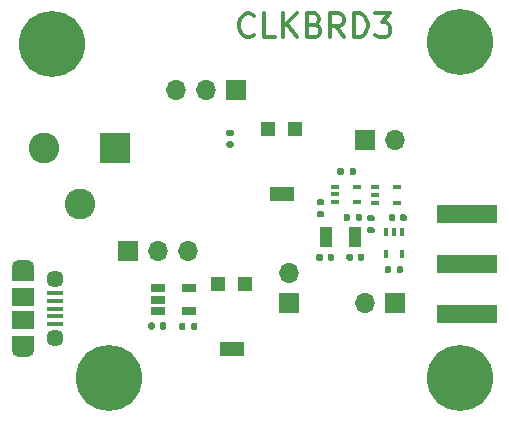
<source format=gts>
G04 #@! TF.GenerationSoftware,KiCad,Pcbnew,(5.1.7)-1*
G04 #@! TF.CreationDate,2021-07-31T20:16:39-07:00*
G04 #@! TF.ProjectId,clkbrd3,636c6b62-7264-4332-9e6b-696361645f70,rev?*
G04 #@! TF.SameCoordinates,Original*
G04 #@! TF.FileFunction,Soldermask,Top*
G04 #@! TF.FilePolarity,Negative*
%FSLAX46Y46*%
G04 Gerber Fmt 4.6, Leading zero omitted, Abs format (unit mm)*
G04 Created by KiCad (PCBNEW (5.1.7)-1) date 2021-07-31 20:16:39*
%MOMM*%
%LPD*%
G01*
G04 APERTURE LIST*
%ADD10C,0.300000*%
%ADD11O,1.700000X1.700000*%
%ADD12R,1.700000X1.700000*%
%ADD13C,5.600000*%
%ADD14R,1.300000X1.300000*%
%ADD15R,2.000000X1.300000*%
%ADD16R,1.000000X1.800000*%
%ADD17R,0.400000X0.650000*%
%ADD18R,0.650000X0.400000*%
%ADD19R,5.080000X1.500000*%
%ADD20R,1.220000X0.650000*%
%ADD21R,1.900000X1.200000*%
%ADD22O,1.900000X1.200000*%
%ADD23R,1.900000X1.500000*%
%ADD24C,1.450000*%
%ADD25R,1.350000X0.400000*%
%ADD26C,2.600000*%
%ADD27R,2.600000X2.600000*%
G04 APERTURE END LIST*
D10*
X65067142Y-27254285D02*
X64971904Y-27349523D01*
X64686190Y-27444761D01*
X64495714Y-27444761D01*
X64210000Y-27349523D01*
X64019523Y-27159047D01*
X63924285Y-26968571D01*
X63829047Y-26587619D01*
X63829047Y-26301904D01*
X63924285Y-25920952D01*
X64019523Y-25730476D01*
X64210000Y-25540000D01*
X64495714Y-25444761D01*
X64686190Y-25444761D01*
X64971904Y-25540000D01*
X65067142Y-25635238D01*
X66876666Y-27444761D02*
X65924285Y-27444761D01*
X65924285Y-25444761D01*
X67543333Y-27444761D02*
X67543333Y-25444761D01*
X68686190Y-27444761D02*
X67829047Y-26301904D01*
X68686190Y-25444761D02*
X67543333Y-26587619D01*
X70210000Y-26397142D02*
X70495714Y-26492380D01*
X70590952Y-26587619D01*
X70686190Y-26778095D01*
X70686190Y-27063809D01*
X70590952Y-27254285D01*
X70495714Y-27349523D01*
X70305238Y-27444761D01*
X69543333Y-27444761D01*
X69543333Y-25444761D01*
X70210000Y-25444761D01*
X70400476Y-25540000D01*
X70495714Y-25635238D01*
X70590952Y-25825714D01*
X70590952Y-26016190D01*
X70495714Y-26206666D01*
X70400476Y-26301904D01*
X70210000Y-26397142D01*
X69543333Y-26397142D01*
X72686190Y-27444761D02*
X72019523Y-26492380D01*
X71543333Y-27444761D02*
X71543333Y-25444761D01*
X72305238Y-25444761D01*
X72495714Y-25540000D01*
X72590952Y-25635238D01*
X72686190Y-25825714D01*
X72686190Y-26111428D01*
X72590952Y-26301904D01*
X72495714Y-26397142D01*
X72305238Y-26492380D01*
X71543333Y-26492380D01*
X73543333Y-27444761D02*
X73543333Y-25444761D01*
X74019523Y-25444761D01*
X74305238Y-25540000D01*
X74495714Y-25730476D01*
X74590952Y-25920952D01*
X74686190Y-26301904D01*
X74686190Y-26587619D01*
X74590952Y-26968571D01*
X74495714Y-27159047D01*
X74305238Y-27349523D01*
X74019523Y-27444761D01*
X73543333Y-27444761D01*
X75352857Y-25444761D02*
X76590952Y-25444761D01*
X75924285Y-26206666D01*
X76210000Y-26206666D01*
X76400476Y-26301904D01*
X76495714Y-26397142D01*
X76590952Y-26587619D01*
X76590952Y-27063809D01*
X76495714Y-27254285D01*
X76400476Y-27349523D01*
X76210000Y-27444761D01*
X75638571Y-27444761D01*
X75448095Y-27349523D01*
X75352857Y-27254285D01*
D11*
X68000000Y-47460000D03*
D12*
X68000000Y-50000000D03*
D13*
X48000000Y-28000000D03*
X52800000Y-56300000D03*
X82500000Y-56300000D03*
X82500000Y-27900000D03*
D11*
X77050000Y-36150000D03*
D12*
X74510000Y-36150000D03*
G36*
G01*
X72680000Y-38645000D02*
X72680000Y-39015000D01*
G75*
G02*
X72545000Y-39150000I-135000J0D01*
G01*
X72275000Y-39150000D01*
G75*
G02*
X72140000Y-39015000I0J135000D01*
G01*
X72140000Y-38645000D01*
G75*
G02*
X72275000Y-38510000I135000J0D01*
G01*
X72545000Y-38510000D01*
G75*
G02*
X72680000Y-38645000I0J-135000D01*
G01*
G37*
G36*
G01*
X73700000Y-38645000D02*
X73700000Y-39015000D01*
G75*
G02*
X73565000Y-39150000I-135000J0D01*
G01*
X73295000Y-39150000D01*
G75*
G02*
X73160000Y-39015000I0J135000D01*
G01*
X73160000Y-38645000D01*
G75*
G02*
X73295000Y-38510000I135000J0D01*
G01*
X73565000Y-38510000D01*
G75*
G02*
X73700000Y-38645000I0J-135000D01*
G01*
G37*
G36*
G01*
X59740000Y-52135000D02*
X59740000Y-51765000D01*
G75*
G02*
X59875000Y-51630000I135000J0D01*
G01*
X60145000Y-51630000D01*
G75*
G02*
X60280000Y-51765000I0J-135000D01*
G01*
X60280000Y-52135000D01*
G75*
G02*
X60145000Y-52270000I-135000J0D01*
G01*
X59875000Y-52270000D01*
G75*
G02*
X59740000Y-52135000I0J135000D01*
G01*
G37*
G36*
G01*
X58720000Y-52135000D02*
X58720000Y-51765000D01*
G75*
G02*
X58855000Y-51630000I135000J0D01*
G01*
X59125000Y-51630000D01*
G75*
G02*
X59260000Y-51765000I0J-135000D01*
G01*
X59260000Y-52135000D01*
G75*
G02*
X59125000Y-52270000I-135000J0D01*
G01*
X58855000Y-52270000D01*
G75*
G02*
X58720000Y-52135000I0J135000D01*
G01*
G37*
G36*
G01*
X56680000Y-51730000D02*
X56680000Y-52070000D01*
G75*
G02*
X56540000Y-52210000I-140000J0D01*
G01*
X56260000Y-52210000D01*
G75*
G02*
X56120000Y-52070000I0J140000D01*
G01*
X56120000Y-51730000D01*
G75*
G02*
X56260000Y-51590000I140000J0D01*
G01*
X56540000Y-51590000D01*
G75*
G02*
X56680000Y-51730000I0J-140000D01*
G01*
G37*
G36*
G01*
X57640000Y-51730000D02*
X57640000Y-52070000D01*
G75*
G02*
X57500000Y-52210000I-140000J0D01*
G01*
X57220000Y-52210000D01*
G75*
G02*
X57080000Y-52070000I0J140000D01*
G01*
X57080000Y-51730000D01*
G75*
G02*
X57220000Y-51590000I140000J0D01*
G01*
X57500000Y-51590000D01*
G75*
G02*
X57640000Y-51730000I0J-140000D01*
G01*
G37*
D14*
X66270000Y-35190000D03*
D15*
X67420000Y-40690000D03*
D14*
X68570000Y-35190000D03*
D11*
X58430000Y-31920000D03*
X60970000Y-31920000D03*
D12*
X63510000Y-31920000D03*
G36*
G01*
X62880000Y-36260000D02*
X63220000Y-36260000D01*
G75*
G02*
X63360000Y-36400000I0J-140000D01*
G01*
X63360000Y-36680000D01*
G75*
G02*
X63220000Y-36820000I-140000J0D01*
G01*
X62880000Y-36820000D01*
G75*
G02*
X62740000Y-36680000I0J140000D01*
G01*
X62740000Y-36400000D01*
G75*
G02*
X62880000Y-36260000I140000J0D01*
G01*
G37*
G36*
G01*
X62880000Y-35300000D02*
X63220000Y-35300000D01*
G75*
G02*
X63360000Y-35440000I0J-140000D01*
G01*
X63360000Y-35720000D01*
G75*
G02*
X63220000Y-35860000I-140000J0D01*
G01*
X62880000Y-35860000D01*
G75*
G02*
X62740000Y-35720000I0J140000D01*
G01*
X62740000Y-35440000D01*
G75*
G02*
X62880000Y-35300000I140000J0D01*
G01*
G37*
D16*
X73640000Y-44410000D03*
X71140000Y-44410000D03*
D17*
X77560000Y-45840000D03*
X76260000Y-45840000D03*
X76910000Y-43940000D03*
X76260000Y-43940000D03*
X77560000Y-43940000D03*
D18*
X77190000Y-40160000D03*
X77190000Y-41460000D03*
X75290000Y-40810000D03*
X75290000Y-41460000D03*
X75290000Y-40160000D03*
X73810000Y-40110000D03*
X73810000Y-41410000D03*
X71910000Y-40760000D03*
X71910000Y-41410000D03*
X71910000Y-40110000D03*
G36*
G01*
X77140000Y-47325000D02*
X77140000Y-46955000D01*
G75*
G02*
X77275000Y-46820000I135000J0D01*
G01*
X77545000Y-46820000D01*
G75*
G02*
X77680000Y-46955000I0J-135000D01*
G01*
X77680000Y-47325000D01*
G75*
G02*
X77545000Y-47460000I-135000J0D01*
G01*
X77275000Y-47460000D01*
G75*
G02*
X77140000Y-47325000I0J135000D01*
G01*
G37*
G36*
G01*
X76120000Y-47325000D02*
X76120000Y-46955000D01*
G75*
G02*
X76255000Y-46820000I135000J0D01*
G01*
X76525000Y-46820000D01*
G75*
G02*
X76660000Y-46955000I0J-135000D01*
G01*
X76660000Y-47325000D01*
G75*
G02*
X76525000Y-47460000I-135000J0D01*
G01*
X76255000Y-47460000D01*
G75*
G02*
X76120000Y-47325000I0J135000D01*
G01*
G37*
G36*
G01*
X75145000Y-43050000D02*
X74775000Y-43050000D01*
G75*
G02*
X74640000Y-42915000I0J135000D01*
G01*
X74640000Y-42645000D01*
G75*
G02*
X74775000Y-42510000I135000J0D01*
G01*
X75145000Y-42510000D01*
G75*
G02*
X75280000Y-42645000I0J-135000D01*
G01*
X75280000Y-42915000D01*
G75*
G02*
X75145000Y-43050000I-135000J0D01*
G01*
G37*
G36*
G01*
X75145000Y-44070000D02*
X74775000Y-44070000D01*
G75*
G02*
X74640000Y-43935000I0J135000D01*
G01*
X74640000Y-43665000D01*
G75*
G02*
X74775000Y-43530000I135000J0D01*
G01*
X75145000Y-43530000D01*
G75*
G02*
X75280000Y-43665000I0J-135000D01*
G01*
X75280000Y-43935000D01*
G75*
G02*
X75145000Y-44070000I-135000J0D01*
G01*
G37*
G36*
G01*
X73190000Y-42525000D02*
X73190000Y-42895000D01*
G75*
G02*
X73055000Y-43030000I-135000J0D01*
G01*
X72785000Y-43030000D01*
G75*
G02*
X72650000Y-42895000I0J135000D01*
G01*
X72650000Y-42525000D01*
G75*
G02*
X72785000Y-42390000I135000J0D01*
G01*
X73055000Y-42390000D01*
G75*
G02*
X73190000Y-42525000I0J-135000D01*
G01*
G37*
G36*
G01*
X74210000Y-42525000D02*
X74210000Y-42895000D01*
G75*
G02*
X74075000Y-43030000I-135000J0D01*
G01*
X73805000Y-43030000D01*
G75*
G02*
X73670000Y-42895000I0J135000D01*
G01*
X73670000Y-42525000D01*
G75*
G02*
X73805000Y-42390000I135000J0D01*
G01*
X74075000Y-42390000D01*
G75*
G02*
X74210000Y-42525000I0J-135000D01*
G01*
G37*
G36*
G01*
X70885000Y-41700000D02*
X70515000Y-41700000D01*
G75*
G02*
X70380000Y-41565000I0J135000D01*
G01*
X70380000Y-41295000D01*
G75*
G02*
X70515000Y-41160000I135000J0D01*
G01*
X70885000Y-41160000D01*
G75*
G02*
X71020000Y-41295000I0J-135000D01*
G01*
X71020000Y-41565000D01*
G75*
G02*
X70885000Y-41700000I-135000J0D01*
G01*
G37*
G36*
G01*
X70885000Y-42720000D02*
X70515000Y-42720000D01*
G75*
G02*
X70380000Y-42585000I0J135000D01*
G01*
X70380000Y-42315000D01*
G75*
G02*
X70515000Y-42180000I135000J0D01*
G01*
X70885000Y-42180000D01*
G75*
G02*
X71020000Y-42315000I0J-135000D01*
G01*
X71020000Y-42585000D01*
G75*
G02*
X70885000Y-42720000I-135000J0D01*
G01*
G37*
D19*
X83110000Y-46660000D03*
X83110000Y-42410000D03*
X83110000Y-50910000D03*
D11*
X74460000Y-50000000D03*
D12*
X77000000Y-50000000D03*
G36*
G01*
X77440000Y-42910000D02*
X77440000Y-42570000D01*
G75*
G02*
X77580000Y-42430000I140000J0D01*
G01*
X77860000Y-42430000D01*
G75*
G02*
X78000000Y-42570000I0J-140000D01*
G01*
X78000000Y-42910000D01*
G75*
G02*
X77860000Y-43050000I-140000J0D01*
G01*
X77580000Y-43050000D01*
G75*
G02*
X77440000Y-42910000I0J140000D01*
G01*
G37*
G36*
G01*
X76480000Y-42910000D02*
X76480000Y-42570000D01*
G75*
G02*
X76620000Y-42430000I140000J0D01*
G01*
X76900000Y-42430000D01*
G75*
G02*
X77040000Y-42570000I0J-140000D01*
G01*
X77040000Y-42910000D01*
G75*
G02*
X76900000Y-43050000I-140000J0D01*
G01*
X76620000Y-43050000D01*
G75*
G02*
X76480000Y-42910000I0J140000D01*
G01*
G37*
G36*
G01*
X73450000Y-45920000D02*
X73450000Y-46260000D01*
G75*
G02*
X73310000Y-46400000I-140000J0D01*
G01*
X73030000Y-46400000D01*
G75*
G02*
X72890000Y-46260000I0J140000D01*
G01*
X72890000Y-45920000D01*
G75*
G02*
X73030000Y-45780000I140000J0D01*
G01*
X73310000Y-45780000D01*
G75*
G02*
X73450000Y-45920000I0J-140000D01*
G01*
G37*
G36*
G01*
X74410000Y-45920000D02*
X74410000Y-46260000D01*
G75*
G02*
X74270000Y-46400000I-140000J0D01*
G01*
X73990000Y-46400000D01*
G75*
G02*
X73850000Y-46260000I0J140000D01*
G01*
X73850000Y-45920000D01*
G75*
G02*
X73990000Y-45780000I140000J0D01*
G01*
X74270000Y-45780000D01*
G75*
G02*
X74410000Y-45920000I0J-140000D01*
G01*
G37*
G36*
G01*
X71300000Y-46270000D02*
X71300000Y-45930000D01*
G75*
G02*
X71440000Y-45790000I140000J0D01*
G01*
X71720000Y-45790000D01*
G75*
G02*
X71860000Y-45930000I0J-140000D01*
G01*
X71860000Y-46270000D01*
G75*
G02*
X71720000Y-46410000I-140000J0D01*
G01*
X71440000Y-46410000D01*
G75*
G02*
X71300000Y-46270000I0J140000D01*
G01*
G37*
G36*
G01*
X70340000Y-46270000D02*
X70340000Y-45930000D01*
G75*
G02*
X70480000Y-45790000I140000J0D01*
G01*
X70760000Y-45790000D01*
G75*
G02*
X70900000Y-45930000I0J-140000D01*
G01*
X70900000Y-46270000D01*
G75*
G02*
X70760000Y-46410000I-140000J0D01*
G01*
X70480000Y-46410000D01*
G75*
G02*
X70340000Y-46270000I0J140000D01*
G01*
G37*
D20*
X59550000Y-48720000D03*
X59550000Y-50620000D03*
X56930000Y-50620000D03*
X56930000Y-49670000D03*
X56930000Y-48720000D03*
D14*
X62050000Y-48390000D03*
D15*
X63200000Y-53890000D03*
D14*
X64350000Y-48390000D03*
D11*
X59450000Y-45560000D03*
X56910000Y-45560000D03*
D12*
X54370000Y-45560000D03*
D21*
X45542500Y-47540000D03*
X45542500Y-53340000D03*
D22*
X45542500Y-53940000D03*
X45542500Y-46940000D03*
D23*
X45542500Y-49440000D03*
D24*
X48242500Y-52940000D03*
D25*
X48242500Y-50440000D03*
X48242500Y-51090000D03*
X48242500Y-51740000D03*
X48242500Y-49140000D03*
X48242500Y-49790000D03*
D24*
X48242500Y-47940000D03*
D23*
X45542500Y-51440000D03*
D26*
X50300000Y-41540000D03*
X47300000Y-36840000D03*
D27*
X53300000Y-36840000D03*
M02*

</source>
